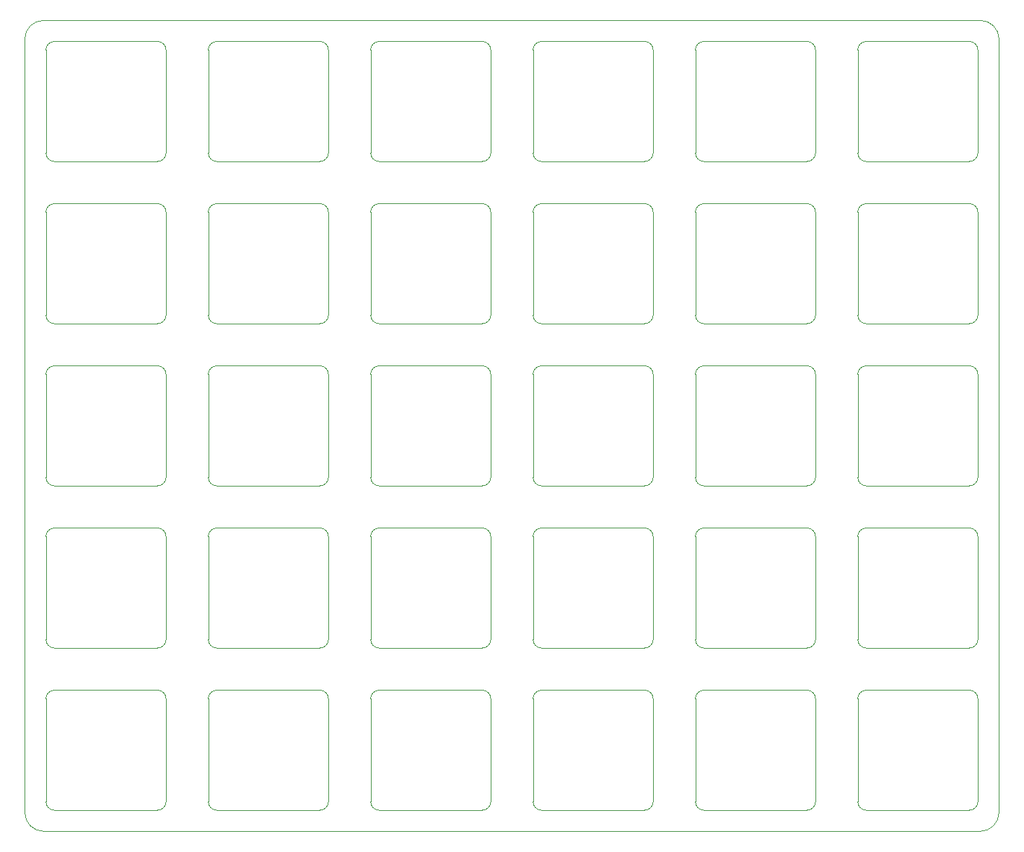
<source format=gbr>
%TF.GenerationSoftware,KiCad,Pcbnew,9.0.5-9.0.5~ubuntu24.04.1*%
%TF.CreationDate,2025-11-05T00:51:39+08:00*%
%TF.ProjectId,TPS,5450532e-6b69-4636-9164-5f7063625858,rev?*%
%TF.SameCoordinates,Original*%
%TF.FileFunction,Profile,NP*%
%FSLAX46Y46*%
G04 Gerber Fmt 4.6, Leading zero omitted, Abs format (unit mm)*
G04 Created by KiCad (PCBNEW 9.0.5-9.0.5~ubuntu24.04.1) date 2025-11-05 00:51:39*
%MOMM*%
%LPD*%
G01*
G04 APERTURE LIST*
%TA.AperFunction,Profile*%
%ADD10C,0.100000*%
%TD*%
%TA.AperFunction,Profile*%
%ADD11C,0.050000*%
%TD*%
G04 APERTURE END LIST*
D10*
X200224676Y-28999911D02*
G75*
G02*
X202424689Y-31199911I24J-2199989D01*
G01*
X90324700Y-124249911D02*
X200224676Y-124249911D01*
X88124690Y-122049911D02*
X88124676Y-31199911D01*
X202424676Y-122049911D02*
G75*
G02*
X200224676Y-124249876I-2199976J11D01*
G01*
X90324676Y-124249911D02*
G75*
G02*
X88124689Y-122049911I24J2200011D01*
G01*
X90324676Y-28999911D02*
X200224676Y-28999911D01*
X88124676Y-31199911D02*
G75*
G02*
X90324676Y-28999876I2200024J11D01*
G01*
X202424676Y-31207463D02*
X202424676Y-122049911D01*
D11*
%TO.C,L19*%
X166799698Y-70574933D02*
X166799698Y-82674889D01*
X167799698Y-69574933D02*
X179899654Y-69574933D01*
X167799698Y-83674889D02*
X179899654Y-83674889D01*
X180899654Y-70574933D02*
X180899654Y-82674889D01*
X166799698Y-70574933D02*
G75*
G02*
X167799698Y-69574933I999999J1D01*
G01*
X167799698Y-83674889D02*
G75*
G02*
X166799698Y-82674889I-1J999999D01*
G01*
X179899654Y-69574933D02*
G75*
G02*
X180899654Y-70574933I2J-999998D01*
G01*
X180899654Y-82674889D02*
G75*
G02*
X179899654Y-83674889I-999998J-2D01*
G01*
%TO.C,L2*%
X90599698Y-51524933D02*
X90599698Y-63624889D01*
X91599698Y-50524933D02*
X103699654Y-50524933D01*
X91599698Y-64624889D02*
X103699654Y-64624889D01*
X104699654Y-51524933D02*
X104699654Y-63624889D01*
X90599698Y-51524933D02*
G75*
G02*
X91599698Y-50524933I999999J1D01*
G01*
X91599698Y-64624889D02*
G75*
G02*
X90599698Y-63624889I-1J999999D01*
G01*
X103699654Y-50524933D02*
G75*
G02*
X104699654Y-51524933I2J-999998D01*
G01*
X104699654Y-63624889D02*
G75*
G02*
X103699654Y-64624889I-999998J-2D01*
G01*
%TO.C,L14*%
X147749698Y-51524933D02*
X147749698Y-63624889D01*
X148749698Y-50524933D02*
X160849654Y-50524933D01*
X148749698Y-64624889D02*
X160849654Y-64624889D01*
X161849654Y-51524933D02*
X161849654Y-63624889D01*
X147749698Y-51524933D02*
G75*
G02*
X148749698Y-50524933I999999J1D01*
G01*
X148749698Y-64624889D02*
G75*
G02*
X147749698Y-63624889I-1J999999D01*
G01*
X160849654Y-50524933D02*
G75*
G02*
X161849654Y-51524933I2J-999998D01*
G01*
X161849654Y-63624889D02*
G75*
G02*
X160849654Y-64624889I-999998J-2D01*
G01*
%TO.C,L29*%
X166799698Y-108674933D02*
X166799698Y-120774889D01*
X167799698Y-107674933D02*
X179899654Y-107674933D01*
X167799698Y-121774889D02*
X179899654Y-121774889D01*
X180899654Y-108674933D02*
X180899654Y-120774889D01*
X166799698Y-108674933D02*
G75*
G02*
X167799698Y-107674933I999999J1D01*
G01*
X167799698Y-121774889D02*
G75*
G02*
X166799698Y-120774889I-1J999999D01*
G01*
X179899654Y-107674933D02*
G75*
G02*
X180899654Y-108674933I2J-999998D01*
G01*
X180899654Y-120774889D02*
G75*
G02*
X179899654Y-121774889I-999998J-2D01*
G01*
%TO.C,L7*%
X109649698Y-70574933D02*
X109649698Y-82674889D01*
X110649698Y-69574933D02*
X122749654Y-69574933D01*
X110649698Y-83674889D02*
X122749654Y-83674889D01*
X123749654Y-70574933D02*
X123749654Y-82674889D01*
X109649698Y-70574933D02*
G75*
G02*
X110649698Y-69574933I999999J1D01*
G01*
X110649698Y-83674889D02*
G75*
G02*
X109649698Y-82674889I-1J999999D01*
G01*
X122749654Y-69574933D02*
G75*
G02*
X123749654Y-70574933I2J-999998D01*
G01*
X123749654Y-82674889D02*
G75*
G02*
X122749654Y-83674889I-999998J-2D01*
G01*
%TO.C,L30*%
X185849698Y-108674933D02*
X185849698Y-120774889D01*
X186849698Y-107674933D02*
X198949654Y-107674933D01*
X186849698Y-121774889D02*
X198949654Y-121774889D01*
X199949654Y-108674933D02*
X199949654Y-120774889D01*
X185849698Y-108674933D02*
G75*
G02*
X186849698Y-107674933I999999J1D01*
G01*
X186849698Y-121774889D02*
G75*
G02*
X185849698Y-120774889I-1J999999D01*
G01*
X198949654Y-107674933D02*
G75*
G02*
X199949654Y-108674933I2J-999998D01*
G01*
X199949654Y-120774889D02*
G75*
G02*
X198949654Y-121774889I-999998J-2D01*
G01*
%TO.C,L16*%
X147749698Y-89624933D02*
X147749698Y-101724889D01*
X148749698Y-88624933D02*
X160849654Y-88624933D01*
X148749698Y-102724889D02*
X160849654Y-102724889D01*
X161849654Y-89624933D02*
X161849654Y-101724889D01*
X147749698Y-89624933D02*
G75*
G02*
X148749698Y-88624933I999999J1D01*
G01*
X148749698Y-102724889D02*
G75*
G02*
X147749698Y-101724889I-1J999999D01*
G01*
X160849654Y-88624933D02*
G75*
G02*
X161849654Y-89624933I2J-999998D01*
G01*
X161849654Y-101724889D02*
G75*
G02*
X160849654Y-102724889I-999998J-2D01*
G01*
%TO.C,L10*%
X128699698Y-51524933D02*
X128699698Y-63624889D01*
X129699698Y-50524933D02*
X141799654Y-50524933D01*
X129699698Y-64624889D02*
X141799654Y-64624889D01*
X142799654Y-51524933D02*
X142799654Y-63624889D01*
X128699698Y-51524933D02*
G75*
G02*
X129699698Y-50524933I999999J1D01*
G01*
X129699698Y-64624889D02*
G75*
G02*
X128699698Y-63624889I-1J999999D01*
G01*
X141799654Y-50524933D02*
G75*
G02*
X142799654Y-51524933I2J-999998D01*
G01*
X142799654Y-63624889D02*
G75*
G02*
X141799654Y-64624889I-999998J-2D01*
G01*
%TO.C,L20*%
X166799698Y-89624933D02*
X166799698Y-101724889D01*
X167799698Y-88624933D02*
X179899654Y-88624933D01*
X167799698Y-102724889D02*
X179899654Y-102724889D01*
X180899654Y-89624933D02*
X180899654Y-101724889D01*
X166799698Y-89624933D02*
G75*
G02*
X167799698Y-88624933I999999J1D01*
G01*
X167799698Y-102724889D02*
G75*
G02*
X166799698Y-101724889I-1J999999D01*
G01*
X179899654Y-88624933D02*
G75*
G02*
X180899654Y-89624933I2J-999998D01*
G01*
X180899654Y-101724889D02*
G75*
G02*
X179899654Y-102724889I-999998J-2D01*
G01*
%TO.C,L25*%
X90599698Y-108674933D02*
X90599698Y-120774889D01*
X91599698Y-107674933D02*
X103699654Y-107674933D01*
X91599698Y-121774889D02*
X103699654Y-121774889D01*
X104699654Y-108674933D02*
X104699654Y-120774889D01*
X90599698Y-108674933D02*
G75*
G02*
X91599698Y-107674933I999999J1D01*
G01*
X91599698Y-121774889D02*
G75*
G02*
X90599698Y-120774889I-1J999999D01*
G01*
X103699654Y-107674933D02*
G75*
G02*
X104699654Y-108674933I2J-999998D01*
G01*
X104699654Y-120774889D02*
G75*
G02*
X103699654Y-121774889I-999998J-2D01*
G01*
%TO.C,L18*%
X166799698Y-51524933D02*
X166799698Y-63624889D01*
X167799698Y-50524933D02*
X179899654Y-50524933D01*
X167799698Y-64624889D02*
X179899654Y-64624889D01*
X180899654Y-51524933D02*
X180899654Y-63624889D01*
X166799698Y-51524933D02*
G75*
G02*
X167799698Y-50524933I999999J1D01*
G01*
X167799698Y-64624889D02*
G75*
G02*
X166799698Y-63624889I-1J999999D01*
G01*
X179899654Y-50524933D02*
G75*
G02*
X180899654Y-51524933I2J-999998D01*
G01*
X180899654Y-63624889D02*
G75*
G02*
X179899654Y-64624889I-999998J-2D01*
G01*
%TO.C,L4*%
X90599698Y-89624933D02*
X90599698Y-101724889D01*
X91599698Y-88624933D02*
X103699654Y-88624933D01*
X91599698Y-102724889D02*
X103699654Y-102724889D01*
X104699654Y-89624933D02*
X104699654Y-101724889D01*
X90599698Y-89624933D02*
G75*
G02*
X91599698Y-88624933I999999J1D01*
G01*
X91599698Y-102724889D02*
G75*
G02*
X90599698Y-101724889I-1J999999D01*
G01*
X103699654Y-88624933D02*
G75*
G02*
X104699654Y-89624933I2J-999998D01*
G01*
X104699654Y-101724889D02*
G75*
G02*
X103699654Y-102724889I-999998J-2D01*
G01*
%TO.C,L26*%
X109649698Y-108674933D02*
X109649698Y-120774889D01*
X110649698Y-107674933D02*
X122749654Y-107674933D01*
X110649698Y-121774889D02*
X122749654Y-121774889D01*
X123749654Y-108674933D02*
X123749654Y-120774889D01*
X109649698Y-108674933D02*
G75*
G02*
X110649698Y-107674933I999999J1D01*
G01*
X110649698Y-121774889D02*
G75*
G02*
X109649698Y-120774889I-1J999999D01*
G01*
X122749654Y-107674933D02*
G75*
G02*
X123749654Y-108674933I2J-999998D01*
G01*
X123749654Y-120774889D02*
G75*
G02*
X122749654Y-121774889I-999998J-2D01*
G01*
%TO.C,L13*%
X147749698Y-32474933D02*
X147749698Y-44574889D01*
X148749698Y-31474933D02*
X160849654Y-31474933D01*
X148749698Y-45574889D02*
X160849654Y-45574889D01*
X161849654Y-32474933D02*
X161849654Y-44574889D01*
X147749698Y-32474933D02*
G75*
G02*
X148749698Y-31474933I999999J1D01*
G01*
X148749698Y-45574889D02*
G75*
G02*
X147749698Y-44574889I-1J999999D01*
G01*
X160849654Y-31474933D02*
G75*
G02*
X161849654Y-32474933I2J-999998D01*
G01*
X161849654Y-44574889D02*
G75*
G02*
X160849654Y-45574889I-999998J-2D01*
G01*
%TO.C,L6*%
X109649698Y-51524933D02*
X109649698Y-63624889D01*
X110649698Y-50524933D02*
X122749654Y-50524933D01*
X110649698Y-64624889D02*
X122749654Y-64624889D01*
X123749654Y-51524933D02*
X123749654Y-63624889D01*
X109649698Y-51524933D02*
G75*
G02*
X110649698Y-50524933I999999J1D01*
G01*
X110649698Y-64624889D02*
G75*
G02*
X109649698Y-63624889I-1J999999D01*
G01*
X122749654Y-50524933D02*
G75*
G02*
X123749654Y-51524933I2J-999998D01*
G01*
X123749654Y-63624889D02*
G75*
G02*
X122749654Y-64624889I-999998J-2D01*
G01*
%TO.C,L1*%
X90599698Y-32474933D02*
X90599698Y-44574889D01*
X91599698Y-31474933D02*
X103699654Y-31474933D01*
X91599698Y-45574889D02*
X103699654Y-45574889D01*
X104699654Y-32474933D02*
X104699654Y-44574889D01*
X90599698Y-32474933D02*
G75*
G02*
X91599698Y-31474933I999999J1D01*
G01*
X91599698Y-45574889D02*
G75*
G02*
X90599698Y-44574889I-1J999999D01*
G01*
X103699654Y-31474933D02*
G75*
G02*
X104699654Y-32474933I2J-999998D01*
G01*
X104699654Y-44574889D02*
G75*
G02*
X103699654Y-45574889I-999998J-2D01*
G01*
%TO.C,L17*%
X166799698Y-32474933D02*
X166799698Y-44574889D01*
X167799698Y-31474933D02*
X179899654Y-31474933D01*
X167799698Y-45574889D02*
X179899654Y-45574889D01*
X180899654Y-32474933D02*
X180899654Y-44574889D01*
X166799698Y-32474933D02*
G75*
G02*
X167799698Y-31474933I999999J1D01*
G01*
X167799698Y-45574889D02*
G75*
G02*
X166799698Y-44574889I-1J999999D01*
G01*
X179899654Y-31474933D02*
G75*
G02*
X180899654Y-32474933I2J-999998D01*
G01*
X180899654Y-44574889D02*
G75*
G02*
X179899654Y-45574889I-999998J-2D01*
G01*
%TO.C,L5*%
X109649698Y-32474933D02*
X109649698Y-44574889D01*
X110649698Y-31474933D02*
X122749654Y-31474933D01*
X110649698Y-45574889D02*
X122749654Y-45574889D01*
X123749654Y-32474933D02*
X123749654Y-44574889D01*
X109649698Y-32474933D02*
G75*
G02*
X110649698Y-31474933I999999J1D01*
G01*
X110649698Y-45574889D02*
G75*
G02*
X109649698Y-44574889I-1J999999D01*
G01*
X122749654Y-31474933D02*
G75*
G02*
X123749654Y-32474933I2J-999998D01*
G01*
X123749654Y-44574889D02*
G75*
G02*
X122749654Y-45574889I-999998J-2D01*
G01*
%TO.C,L22*%
X185849698Y-51524933D02*
X185849698Y-63624889D01*
X186849698Y-50524933D02*
X198949654Y-50524933D01*
X186849698Y-64624889D02*
X198949654Y-64624889D01*
X199949654Y-51524933D02*
X199949654Y-63624889D01*
X185849698Y-51524933D02*
G75*
G02*
X186849698Y-50524933I999999J1D01*
G01*
X186849698Y-64624889D02*
G75*
G02*
X185849698Y-63624889I-1J999999D01*
G01*
X198949654Y-50524933D02*
G75*
G02*
X199949654Y-51524933I2J-999998D01*
G01*
X199949654Y-63624889D02*
G75*
G02*
X198949654Y-64624889I-999998J-2D01*
G01*
%TO.C,L27*%
X128699698Y-108674933D02*
X128699698Y-120774889D01*
X129699698Y-107674933D02*
X141799654Y-107674933D01*
X129699698Y-121774889D02*
X141799654Y-121774889D01*
X142799654Y-108674933D02*
X142799654Y-120774889D01*
X128699698Y-108674933D02*
G75*
G02*
X129699698Y-107674933I999999J1D01*
G01*
X129699698Y-121774889D02*
G75*
G02*
X128699698Y-120774889I-1J999999D01*
G01*
X141799654Y-107674933D02*
G75*
G02*
X142799654Y-108674933I2J-999998D01*
G01*
X142799654Y-120774889D02*
G75*
G02*
X141799654Y-121774889I-999998J-2D01*
G01*
%TO.C,L24*%
X185849698Y-89624933D02*
X185849698Y-101724889D01*
X186849698Y-88624933D02*
X198949654Y-88624933D01*
X186849698Y-102724889D02*
X198949654Y-102724889D01*
X199949654Y-89624933D02*
X199949654Y-101724889D01*
X185849698Y-89624933D02*
G75*
G02*
X186849698Y-88624933I999999J1D01*
G01*
X186849698Y-102724889D02*
G75*
G02*
X185849698Y-101724889I-1J999999D01*
G01*
X198949654Y-88624933D02*
G75*
G02*
X199949654Y-89624933I2J-999998D01*
G01*
X199949654Y-101724889D02*
G75*
G02*
X198949654Y-102724889I-999998J-2D01*
G01*
%TO.C,L3*%
X90599698Y-70574933D02*
X90599698Y-82674889D01*
X91599698Y-69574933D02*
X103699654Y-69574933D01*
X91599698Y-83674889D02*
X103699654Y-83674889D01*
X104699654Y-70574933D02*
X104699654Y-82674889D01*
X90599698Y-70574933D02*
G75*
G02*
X91599698Y-69574933I999999J1D01*
G01*
X91599698Y-83674889D02*
G75*
G02*
X90599698Y-82674889I-1J999999D01*
G01*
X103699654Y-69574933D02*
G75*
G02*
X104699654Y-70574933I2J-999998D01*
G01*
X104699654Y-82674889D02*
G75*
G02*
X103699654Y-83674889I-999998J-2D01*
G01*
%TO.C,L21*%
X185849698Y-32474933D02*
X185849698Y-44574889D01*
X186849698Y-31474933D02*
X198949654Y-31474933D01*
X186849698Y-45574889D02*
X198949654Y-45574889D01*
X199949654Y-32474933D02*
X199949654Y-44574889D01*
X185849698Y-32474933D02*
G75*
G02*
X186849698Y-31474933I999999J1D01*
G01*
X186849698Y-45574889D02*
G75*
G02*
X185849698Y-44574889I-1J999999D01*
G01*
X198949654Y-31474933D02*
G75*
G02*
X199949654Y-32474933I2J-999998D01*
G01*
X199949654Y-44574889D02*
G75*
G02*
X198949654Y-45574889I-999998J-2D01*
G01*
%TO.C,L12*%
X128699698Y-89624933D02*
X128699698Y-101724889D01*
X129699698Y-88624933D02*
X141799654Y-88624933D01*
X129699698Y-102724889D02*
X141799654Y-102724889D01*
X142799654Y-89624933D02*
X142799654Y-101724889D01*
X128699698Y-89624933D02*
G75*
G02*
X129699698Y-88624933I999999J1D01*
G01*
X129699698Y-102724889D02*
G75*
G02*
X128699698Y-101724889I-1J999999D01*
G01*
X141799654Y-88624933D02*
G75*
G02*
X142799654Y-89624933I2J-999998D01*
G01*
X142799654Y-101724889D02*
G75*
G02*
X141799654Y-102724889I-999998J-2D01*
G01*
%TO.C,L9*%
X128699698Y-32474933D02*
X128699698Y-44574889D01*
X129699698Y-31474933D02*
X141799654Y-31474933D01*
X129699698Y-45574889D02*
X141799654Y-45574889D01*
X142799654Y-32474933D02*
X142799654Y-44574889D01*
X128699698Y-32474933D02*
G75*
G02*
X129699698Y-31474933I999999J1D01*
G01*
X129699698Y-45574889D02*
G75*
G02*
X128699698Y-44574889I-1J999999D01*
G01*
X141799654Y-31474933D02*
G75*
G02*
X142799654Y-32474933I2J-999998D01*
G01*
X142799654Y-44574889D02*
G75*
G02*
X141799654Y-45574889I-999998J-2D01*
G01*
%TO.C,L23*%
X185849698Y-70574933D02*
X185849698Y-82674889D01*
X186849698Y-69574933D02*
X198949654Y-69574933D01*
X186849698Y-83674889D02*
X198949654Y-83674889D01*
X199949654Y-70574933D02*
X199949654Y-82674889D01*
X185849698Y-70574933D02*
G75*
G02*
X186849698Y-69574933I999999J1D01*
G01*
X186849698Y-83674889D02*
G75*
G02*
X185849698Y-82674889I-1J999999D01*
G01*
X198949654Y-69574933D02*
G75*
G02*
X199949654Y-70574933I2J-999998D01*
G01*
X199949654Y-82674889D02*
G75*
G02*
X198949654Y-83674889I-999998J-2D01*
G01*
%TO.C,L28*%
X147749698Y-108674933D02*
X147749698Y-120774889D01*
X148749698Y-107674933D02*
X160849654Y-107674933D01*
X148749698Y-121774889D02*
X160849654Y-121774889D01*
X161849654Y-108674933D02*
X161849654Y-120774889D01*
X147749698Y-108674933D02*
G75*
G02*
X148749698Y-107674933I999999J1D01*
G01*
X148749698Y-121774889D02*
G75*
G02*
X147749698Y-120774889I-1J999999D01*
G01*
X160849654Y-107674933D02*
G75*
G02*
X161849654Y-108674933I2J-999998D01*
G01*
X161849654Y-120774889D02*
G75*
G02*
X160849654Y-121774889I-999998J-2D01*
G01*
%TO.C,L11*%
X128699698Y-70574933D02*
X128699698Y-82674889D01*
X129699698Y-69574933D02*
X141799654Y-69574933D01*
X129699698Y-83674889D02*
X141799654Y-83674889D01*
X142799654Y-70574933D02*
X142799654Y-82674889D01*
X128699698Y-70574933D02*
G75*
G02*
X129699698Y-69574933I999999J1D01*
G01*
X129699698Y-83674889D02*
G75*
G02*
X128699698Y-82674889I-1J999999D01*
G01*
X141799654Y-69574933D02*
G75*
G02*
X142799654Y-70574933I2J-999998D01*
G01*
X142799654Y-82674889D02*
G75*
G02*
X141799654Y-83674889I-999998J-2D01*
G01*
%TO.C,L8*%
X109649698Y-89624933D02*
X109649698Y-101724889D01*
X110649698Y-88624933D02*
X122749654Y-88624933D01*
X110649698Y-102724889D02*
X122749654Y-102724889D01*
X123749654Y-89624933D02*
X123749654Y-101724889D01*
X109649698Y-89624933D02*
G75*
G02*
X110649698Y-88624933I999999J1D01*
G01*
X110649698Y-102724889D02*
G75*
G02*
X109649698Y-101724889I-1J999999D01*
G01*
X122749654Y-88624933D02*
G75*
G02*
X123749654Y-89624933I2J-999998D01*
G01*
X123749654Y-101724889D02*
G75*
G02*
X122749654Y-102724889I-999998J-2D01*
G01*
%TO.C,L15*%
X147749698Y-70574933D02*
X147749698Y-82674889D01*
X148749698Y-69574933D02*
X160849654Y-69574933D01*
X148749698Y-83674889D02*
X160849654Y-83674889D01*
X161849654Y-70574933D02*
X161849654Y-82674889D01*
X147749698Y-70574933D02*
G75*
G02*
X148749698Y-69574933I999999J1D01*
G01*
X148749698Y-83674889D02*
G75*
G02*
X147749698Y-82674889I-1J999999D01*
G01*
X160849654Y-69574933D02*
G75*
G02*
X161849654Y-70574933I2J-999998D01*
G01*
X161849654Y-82674889D02*
G75*
G02*
X160849654Y-83674889I-999998J-2D01*
G01*
%TD*%
M02*

</source>
